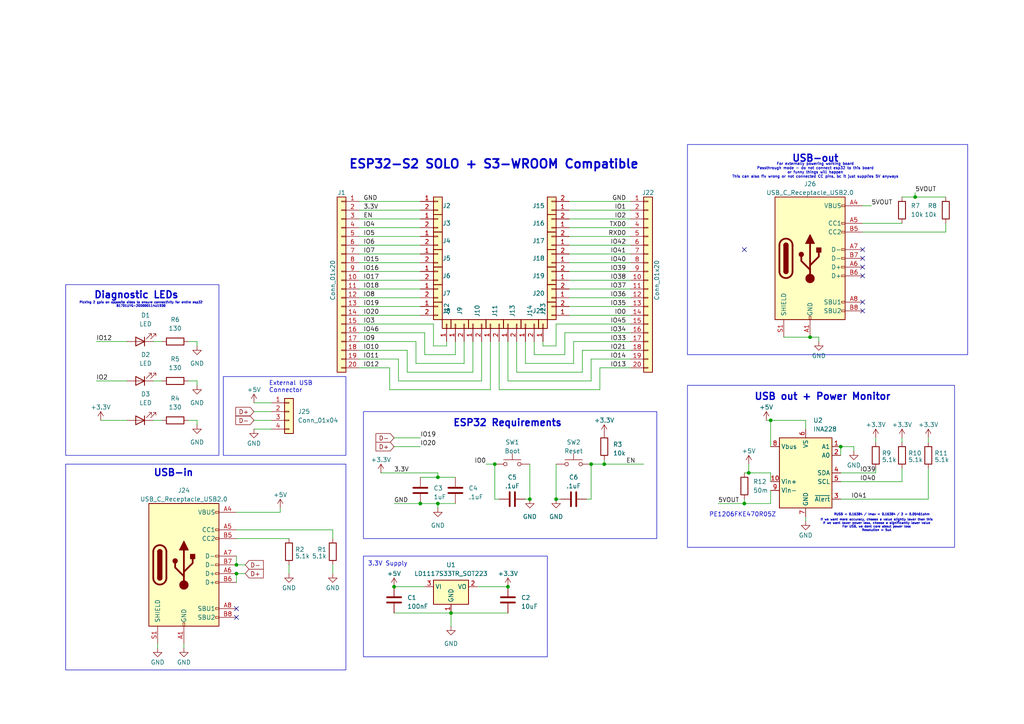
<source format=kicad_sch>
(kicad_sch (version 20231120) (generator "eeschema") (generator_version "8.0")
  (paper "A4")
  (lib_symbols
    (symbol "Connector:USB_C_Receptacle_USB2.0" (pin_names (offset 1.016))
      (property "Reference" "J" (at -10.16 19.05 0))
      (property "Value" "USB_C_Receptacle_USB2.0" (at 19.05 19.05 0))
      (symbol "USB_C_Receptacle_USB2.0_0_0"
        (rectangle (start -0.254 -17.78) (end 0.254 -16.764))
        (rectangle (start 10.16 -14.986) (end 9.144 -15.494))
        (rectangle (start 10.16 -12.446) (end 9.144 -12.954))
        (rectangle (start 10.16 -4.826) (end 9.144 -5.334))
        (rectangle (start 10.16 -2.286) (end 9.144 -2.794))
        (rectangle (start 10.16 0.254) (end 9.144 -0.254))
        (rectangle (start 10.16 2.794) (end 9.144 2.286))
        (rectangle (start 10.16 7.874) (end 9.144 7.366))
        (rectangle (start 10.16 10.414) (end 9.144 9.906))
        (rectangle (start 10.16 15.494) (end 9.144 14.986))
      )
      (symbol "USB_C_Receptacle_USB2.0_0_1"
        (rectangle (start -10.16 17.78) (end 10.16 -17.78) (stroke (width 0.254)) (fill (type background)))
        (arc (start -8.89 -3.81) (mid -6.985 -5.7067) (end -5.08 -3.81) (stroke (width 0.508)))
        (arc (start -7.62 -3.81) (mid -6.985 -4.4423) (end -6.35 -3.81) (stroke (width 0.254)))
        (arc (start -7.62 -3.81) (mid -6.985 -4.4423) (end -6.35 -3.81) (stroke (width 0.254)) (fill (type outline)))
        (rectangle (start -7.62 -3.81) (end -6.35 3.81) (stroke (width 0.254)) (fill (type outline)))
        (arc (start -6.35 3.81) (mid -6.985 4.4423) (end -7.62 3.81) (stroke (width 0.254)))
        (arc (start -6.35 3.81) (mid -6.985 4.4423) (end -7.62 3.81) (stroke (width 0.254)) (fill (type outline)))
        (arc (start -5.08 3.81) (mid -6.985 5.7067) (end -8.89 3.81) (stroke (width 0.508)))
        (circle (center -2.54 1.143) (radius 0.635) (stroke (width 0.254)) (fill (type outline)))
        (circle (center 0 -5.842) (radius 1.27) (fill (type outline)))
        (polyline (pts (xy -8.89 -3.81) (xy -8.89 3.81)) (stroke (width 0.508)))
        (polyline (pts (xy -5.08 3.81) (xy -5.08 -3.81)) (stroke (width 0.508)))
        (polyline (pts (xy 0 -5.842) (xy 0 4.318)) (stroke (width 0.508)))
        (polyline (pts (xy 0 -3.302) (xy -2.54 -0.762) (xy -2.54 0.508)) (stroke (width 0.508)))
        (polyline (pts (xy 0 -2.032) (xy 2.54 0.508) (xy 2.54 1.778)) (stroke (width 0.508)))
        (polyline (pts (xy -1.27 4.318) (xy 0 6.858) (xy 1.27 4.318) (xy -1.27 4.318)) (stroke (width 0.254)) (fill (type outline)))
        (rectangle (start 1.905 1.778) (end 3.175 3.048) (stroke (width 0.254)) (fill (type outline)))
      )
      (symbol "USB_C_Receptacle_USB2.0_1_1"
        (pin passive line (at 0 -22.86 90) (length 5.08) (name "GND") (number "A1"))
        (pin passive line (at 0 -22.86 90) (length 5.08) hide (name "GND") (number "A12"))
        (pin passive line (at 15.24 15.24 180) (length 5.08) (name "VBUS") (number "A4"))
        (pin bidirectional line (at 15.24 10.16 180) (length 5.08) (name "CC1") (number "A5"))
        (pin bidirectional line (at 15.24 -2.54 180) (length 5.08) (name "D+") (number "A6"))
        (pin bidirectional line (at 15.24 2.54 180) (length 5.08) (name "D-") (number "A7"))
        (pin bidirectional line (at 15.24 -12.7 180) (length 5.08) (name "SBU1") (number "A8"))
        (pin passive line (at 15.24 15.24 180) (length 5.08) hide (name "VBUS") (number "A9"))
        (pin passive line (at 0 -22.86 90) (length 5.08) hide (name "GND") (number "B1"))
        (pin passive line (at 0 -22.86 90) (length 5.08) hide (name "GND") (number "B12"))
        (pin passive line (at 15.24 15.24 180) (length 5.08) hide (name "VBUS") (number "B4"))
        (pin bidirectional line (at 15.24 7.62 180) (length 5.08) (name "CC2") (number "B5"))
        (pin bidirectional line (at 15.24 -5.08 180) (length 5.08) (name "D+") (number "B6"))
        (pin bidirectional line (at 15.24 0 180) (length 5.08) (name "D-") (number "B7"))
        (pin bidirectional line (at 15.24 -15.24 180) (length 5.08) (name "SBU2") (number "B8"))
        (pin passive line (at 15.24 15.24 180) (length 5.08) hide (name "VBUS") (number "B9"))
        (pin passive line (at -7.62 -22.86 90) (length 5.08) (name "SHIELD") (number "S1"))
      )
    )
    (symbol "Connector_Generic:Conn_01x01" (pin_names (offset 1.016) hide)
      (property "Reference" "J" (at 0 2.54 0))
      (property "Value" "Conn_01x01" (at 0 -2.54 0))
      (symbol "Conn_01x01_1_1"
        (rectangle (start -1.27 0.127) (end 0 -0.127) (stroke (width 0.1524)))
        (rectangle (start -1.27 1.27) (end 1.27 -1.27) (stroke (width 0.254)) (fill (type background)))
        (pin passive line (at -5.08 0 0) (length 3.81) (name "Pin_1") (number "1"))
      )
    )
    (symbol "Connector_Generic:Conn_01x02" (pin_names (offset 1.016) hide)
      (property "Reference" "J" (at 0 2.54 0))
      (property "Value" "Conn_01x02" (at 0 -5.08 0))
      (symbol "Conn_01x02_1_1"
        (rectangle (start -1.27 -2.413) (end 0 -2.667) (stroke (width 0.1524)))
        (rectangle (start -1.27 0.127) (end 0 -0.127) (stroke (width 0.1524)))
        (rectangle (start -1.27 1.27) (end 1.27 -3.81) (stroke (width 0.254)) (fill (type background)))
        (pin passive line (at -5.08 0 0) (length 3.81) (name "Pin_1") (number "1"))
        (pin passive line (at -5.08 -2.54 0) (length 3.81) (name "Pin_2") (number "2"))
      )
    )
    (symbol "Connector_Generic:Conn_01x04" (pin_names (offset 1.016) hide)
      (property "Reference" "J" (at 0 5.08 0))
      (property "Value" "Conn_01x04" (at 0 -7.62 0))
      (symbol "Conn_01x04_1_1"
        (rectangle (start -1.27 -4.953) (end 0 -5.207) (stroke (width 0.1524)))
        (rectangle (start -1.27 -2.413) (end 0 -2.667) (stroke (width 0.1524)))
        (rectangle (start -1.27 0.127) (end 0 -0.127) (stroke (width 0.1524)))
        (rectangle (start -1.27 2.667) (end 0 2.413) (stroke (width 0.1524)))
        (rectangle (start -1.27 3.81) (end 1.27 -6.35) (stroke (width 0.254)) (fill (type background)))
        (pin passive line (at -5.08 2.54 0) (length 3.81) (name "Pin_1") (number "1"))
        (pin passive line (at -5.08 0 0) (length 3.81) (name "Pin_2") (number "2"))
        (pin passive line (at -5.08 -2.54 0) (length 3.81) (name "Pin_3") (number "3"))
        (pin passive line (at -5.08 -5.08 0) (length 3.81) (name "Pin_4") (number "4"))
      )
    )
    (symbol "Connector_Generic:Conn_01x20" (pin_names (offset 1.016) hide)
      (property "Reference" "J" (at 0 25.4 0))
      (property "Value" "Conn_01x20" (at 0 -27.94 0))
      (symbol "Conn_01x20_1_1"
        (rectangle (start -1.27 -25.273) (end 0 -25.527) (stroke (width 0.1524)))
        (rectangle (start -1.27 -22.733) (end 0 -22.987) (stroke (width 0.1524)))
        (rectangle (start -1.27 -20.193) (end 0 -20.447) (stroke (width 0.1524)))
        (rectangle (start -1.27 -17.653) (end 0 -17.907) (stroke (width 0.1524)))
        (rectangle (start -1.27 -15.113) (end 0 -15.367) (stroke (width 0.1524)))
        (rectangle (start -1.27 -12.573) (end 0 -12.827) (stroke (width 0.1524)))
        (rectangle (start -1.27 -10.033) (end 0 -10.287) (stroke (width 0.1524)))
        (rectangle (start -1.27 -7.493) (end 0 -7.747) (stroke (width 0.1524)))
        (rectangle (start -1.27 -4.953) (end 0 -5.207) (stroke (width 0.1524)))
        (rectangle (start -1.27 -2.413) (end 0 -2.667) (stroke (width 0.1524)))
        (rectangle (start -1.27 0.127) (end 0 -0.127) (stroke (width 0.1524)))
        (rectangle (start -1.27 2.667) (end 0 2.413) (stroke (width 0.1524)))
        (rectangle (start -1.27 5.207) (end 0 4.953) (stroke (width 0.1524)))
        (rectangle (start -1.27 7.747) (end 0 7.493) (stroke (width 0.1524)))
        (rectangle (start -1.27 10.287) (end 0 10.033) (stroke (width 0.1524)))
        (rectangle (start -1.27 12.827) (end 0 12.573) (stroke (width 0.1524)))
        (rectangle (start -1.27 15.367) (end 0 15.113) (stroke (width 0.1524)))
        (rectangle (start -1.27 17.907) (end 0 17.653) (stroke (width 0.1524)))
        (rectangle (start -1.27 20.447) (end 0 20.193) (stroke (width 0.1524)))
        (rectangle (start -1.27 22.987) (end 0 22.733) (stroke (width 0.1524)))
        (rectangle (start -1.27 24.13) (end 1.27 -26.67) (stroke (width 0.254)) (fill (type background)))
        (pin passive line (at -5.08 22.86 0) (length 3.81) (name "Pin_1") (number "1"))
        (pin passive line (at -5.08 0 0) (length 3.81) (name "Pin_10") (number "10"))
        (pin passive line (at -5.08 -2.54 0) (length 3.81) (name "Pin_11") (number "11"))
        (pin passive line (at -5.08 -5.08 0) (length 3.81) (name "Pin_12") (number "12"))
        (pin passive line (at -5.08 -7.62 0) (length 3.81) (name "Pin_13") (number "13"))
        (pin passive line (at -5.08 -10.16 0) (length 3.81) (name "Pin_14") (number "14"))
        (pin passive line (at -5.08 -12.7 0) (length 3.81) (name "Pin_15") (number "15"))
        (pin passive line (at -5.08 -15.24 0) (length 3.81) (name "Pin_16") (number "16"))
        (pin passive line (at -5.08 -17.78 0) (length 3.81) (name "Pin_17") (number "17"))
        (pin passive line (at -5.08 -20.32 0) (length 3.81) (name "Pin_18") (number "18"))
        (pin passive line (at -5.08 -22.86 0) (length 3.81) (name "Pin_19") (number "19"))
        (pin passive line (at -5.08 20.32 0) (length 3.81) (name "Pin_2") (number "2"))
        (pin passive line (at -5.08 -25.4 0) (length 3.81) (name "Pin_20") (number "20"))
        (pin passive line (at -5.08 17.78 0) (length 3.81) (name "Pin_3") (number "3"))
        (pin passive line (at -5.08 15.24 0) (length 3.81) (name "Pin_4") (number "4"))
        (pin passive line (at -5.08 12.7 0) (length 3.81) (name "Pin_5") (number "5"))
        (pin passive line (at -5.08 10.16 0) (length 3.81) (name "Pin_6") (number "6"))
        (pin passive line (at -5.08 7.62 0) (length 3.81) (name "Pin_7") (number "7"))
        (pin passive line (at -5.08 5.08 0) (length 3.81) (name "Pin_8") (number "8"))
        (pin passive line (at -5.08 2.54 0) (length 3.81) (name "Pin_9") (number "9"))
      )
    )
    (symbol "Device:C" (pin_numbers hide) (pin_names (offset 0.254))
      (property "Reference" "C" (at 0.635 2.54 0))
      (property "Value" "C" (at 0.635 -2.54 0))
      (symbol "C_0_1"
        (polyline (pts (xy -2.032 -0.762) (xy 2.032 -0.762)) (stroke (width 0.508)))
        (polyline (pts (xy -2.032 0.762) (xy 2.032 0.762)) (stroke (width 0.508)))
      )
      (symbol "C_1_1"
        (pin passive line (at 0 3.81 270) (length 2.794) (name "~") (number "1"))
        (pin passive line (at 0 -3.81 90) (length 2.794) (name "~") (number "2"))
      )
    )
    (symbol "Device:LED" (pin_numbers hide) (pin_names (offset 1.016) hide)
      (property "Reference" "D" (at 0 2.54 0))
      (property "Value" "LED" (at 0 -2.54 0))
      (symbol "LED_0_1"
        (polyline (pts (xy -1.27 -1.27) (xy -1.27 1.27)) (stroke (width 0.254)))
        (polyline (pts (xy -1.27 0) (xy 1.27 0)))
        (polyline (pts (xy 1.27 -1.27) (xy 1.27 1.27) (xy -1.27 0) (xy 1.27 -1.27)) (stroke (width 0.254)))
        (polyline (pts (xy -3.048 -0.762) (xy -4.572 -2.286) (xy -3.81 -2.286) (xy -4.572 -2.286) (xy -4.572 -1.524)))
        (polyline (pts (xy -1.778 -0.762) (xy -3.302 -2.286) (xy -2.54 -2.286) (xy -3.302 -2.286) (xy -3.302 -1.524)))
      )
      (symbol "LED_1_1"
        (pin passive line (at -3.81 0 0) (length 2.54) (name "K") (number "1"))
        (pin passive line (at 3.81 0 180) (length 2.54) (name "A") (number "2"))
      )
    )
    (symbol "Device:R" (pin_numbers hide) (pin_names (offset 0))
      (property "Reference" "R" (at 2.032 0 90))
      (property "Value" "R" (at 0 0 90))
      (symbol "R_0_1"
        (rectangle (start -1.016 -2.54) (end 1.016 2.54) (stroke (width 0.254)))
      )
      (symbol "R_1_1"
        (pin passive line (at 0 3.81 270) (length 1.27) (name "~") (number "1"))
        (pin passive line (at 0 -3.81 90) (length 1.27) (name "~") (number "2"))
      )
    )
    (symbol "Regulator_Linear:LD1117S33TR_SOT223"
      (property "Reference" "U" (at -3.81 3.175 0))
      (property "Value" "LD1117S33TR_SOT223" (at 0 3.175 0))
      (symbol "LD1117S33TR_SOT223_0_1"
        (rectangle (start -5.08 -5.08) (end 5.08 1.905) (stroke (width 0.254)) (fill (type background)))
      )
      (symbol "LD1117S33TR_SOT223_1_1"
        (pin power_in line (at 0 -7.62 90) (length 2.54) (name "GND") (number "1"))
        (pin power_out line (at 7.62 0 180) (length 2.54) (name "VO") (number "2"))
        (pin power_in line (at -7.62 0 0) (length 2.54) (name "VI") (number "3"))
      )
    )
    (symbol "Sensor_Energy:INA228"
      (property "Reference" "U" (at -6.35 11.43 0))
      (property "Value" "INA228" (at 3.81 11.43 0))
      (symbol "INA228_0_1"
        (rectangle (start 7.62 10.16) (end -7.62 -10.16) (stroke (width 0.254)) (fill (type background)))
      )
      (symbol "INA228_1_1"
        (pin input line (at 10.16 7.62 180) (length 2.54) (name "A1") (number "1"))
        (pin input line (at -10.16 -2.54 0) (length 2.54) (name "Vin+") (number "10"))
        (pin input line (at 10.16 5.08 180) (length 2.54) (name "A0") (number "2"))
        (pin open_collector line (at 10.16 -7.62 180) (length 2.54) (name "~{Alert}") (number "3"))
        (pin bidirectional line (at 10.16 0 180) (length 2.54) (name "SDA") (number "4"))
        (pin input line (at 10.16 -2.54 180) (length 2.54) (name "SCL") (number "5"))
        (pin power_in line (at 0 12.7 270) (length 2.54) (name "VS") (number "6"))
        (pin power_in line (at 0 -12.7 90) (length 2.54) (name "GND") (number "7"))
        (pin input line (at -10.16 7.62 0) (length 2.54) (name "Vbus") (number "8"))
        (pin input line (at -10.16 -5.08 0) (length 2.54) (name "Vin-") (number "9"))
      )
    )
    (symbol "Switch:SW_Omron_B3FS" (pin_numbers hide) (pin_names (offset 1.016) hide)
      (property "Reference" "SW" (at 1.27 2.54 0))
      (property "Value" "SW_Omron_B3FS" (at 0 -1.524 0))
      (symbol "SW_Omron_B3FS_0_1"
        (circle (center -2.032 0) (radius 0.508))
        (polyline (pts (xy 0 1.27) (xy 0 3.048)))
        (polyline (pts (xy 2.54 1.27) (xy -2.54 1.27)))
        (circle (center 2.032 0) (radius 0.508))
        (pin passive line (at -5.08 0 0) (length 2.54) (name "1") (number "1"))
        (pin passive line (at 5.08 0 180) (length 2.54) (name "2") (number "2"))
      )
    )
    (symbol "power:+3.3V" (power) (pin_names (offset 0))
      (property "Value" "+3.3V" (at 0 3.556 0))
      (symbol "+3.3V_0_1"
        (polyline (pts (xy -0.762 1.27) (xy 0 2.54)))
        (polyline (pts (xy 0 0) (xy 0 2.54)))
        (polyline (pts (xy 0 2.54) (xy 0.762 1.27)))
      )
      (symbol "+3.3V_1_1"
        (pin power_in line (at 0 0 90) (length 0) hide (name "+3.3V") (number "1"))
      )
    )
    (symbol "power:+5V" (power) (pin_names (offset 0))
      (property "Value" "+5V" (at 0 3.556 0))
      (symbol "+5V_0_1"
        (polyline (pts (xy -0.762 1.27) (xy 0 2.54)))
        (polyline (pts (xy 0 0) (xy 0 2.54)))
        (polyline (pts (xy 0 2.54) (xy 0.762 1.27)))
      )
      (symbol "+5V_1_1"
        (pin power_in line (at 0 0 90) (length 0) hide (name "+5V") (number "1"))
      )
    )
    (symbol "power:GND" (power) (pin_names (offset 0))
      (property "Value" "GND" (at 0 -3.81 0))
      (symbol "GND_0_1"
        (polyline (pts (xy 0 0) (xy 0 -1.27) (xy 1.27 -1.27) (xy 0 -2.54) (xy -1.27 -1.27) (xy 0 -1.27)))
      )
      (symbol "GND_1_1"
        (pin power_in line (at 0 0 270) (length 0) hide (name "GND") (number "1"))
      )
    )
  )
  (junction (at 161.29 144.78))
  (junction (at 234.95 97.79))
  (junction (at 153.67 144.78))
  (junction (at 127 138.43))
  (junction (at 68.58 166.37))
  (junction (at 171.45 134.62))
  (junction (at 223.52 121.92))
  (junction (at 127 146.05))
  (junction (at 130.81 177.8))
  (junction (at 143.51 134.62))
  (junction (at 217.17 137.16))
  (junction (at 175.26 134.62))
  (junction (at 121.92 146.05))
  (junction (at 147.32 170.18))
  (junction (at 265.43 57.15))
  (junction (at 68.58 163.83))
  (junction (at 243.84 129.54))
  (junction (at 215.9 146.05))
  (junction (at 114.3 170.18))
  (no_connect (at 68.58 176.53))
  (no_connect (at 215.9 72.39))
  (no_connect (at 250.19 80.01))
  (no_connect (at 250.19 90.17))
  (no_connect (at 250.19 77.47))
  (no_connect (at 250.19 74.93))
  (no_connect (at 68.58 179.07))
  (no_connect (at 250.19 87.63))
  (no_connect (at 250.19 72.39))
  (wire (pts (xy 171.45 134.62) (xy 171.45 144.78)))
  (wire (pts (xy 115.57 104.14) (xy 115.57 110.49)))
  (wire (pts (xy 121.92 58.42) (xy 104.14 58.42)))
  (wire (pts (xy 144.78 144.78) (xy 143.51 144.78)))
  (wire (pts (xy 217.17 137.16) (xy 223.52 137.16)))
  (wire (pts (xy 217.17 134.62) (xy 217.17 137.16)))
  (wire (pts (xy 254 127) (xy 254 128.27)))
  (wire (pts (xy 104.14 104.14) (xy 115.57 104.14)))
  (wire (pts (xy 175.26 134.62) (xy 186.69 134.62)))
  (wire (pts (xy 182.88 91.44) (xy 165.1 91.44)))
  (wire (pts (xy 57.15 121.92) (xy 57.15 123.19)))
  (wire (pts (xy 54.61 110.49) (xy 57.15 110.49)))
  (wire (pts (xy 182.88 76.2) (xy 165.1 76.2)))
  (wire (pts (xy 121.92 88.9) (xy 104.14 88.9)))
  (wire (pts (xy 129.54 99.06) (xy 129.54 100.33)))
  (wire (pts (xy 223.52 121.92) (xy 223.52 129.54)))
  (wire (pts (xy 215.9 146.05) (xy 208.28 146.05)))
  (wire (pts (xy 162.56 144.78) (xy 161.29 144.78)))
  (wire (pts (xy 138.43 170.18) (xy 147.32 170.18)))
  (wire (pts (xy 114.3 129.54) (xy 121.92 129.54)))
  (wire (pts (xy 27.94 110.49) (xy 36.83 110.49)))
  (wire (pts (xy 104.14 93.98) (xy 125.73 93.98)))
  (wire (pts (xy 81.28 148.59) (xy 81.28 147.32)))
  (wire (pts (xy 121.92 63.5) (xy 104.14 63.5)))
  (wire (pts (xy 175.26 134.62) (xy 171.45 134.62)))
  (wire (pts (xy 121.92 68.58) (xy 104.14 68.58)))
  (wire (pts (xy 182.88 106.68) (xy 173.99 106.68)))
  (wire (pts (xy 134.62 99.06) (xy 134.62 105.41)))
  (wire (pts (xy 114.3 170.18) (xy 123.19 170.18)))
  (wire (pts (xy 121.92 83.82) (xy 104.14 83.82)))
  (wire (pts (xy 163.83 102.87) (xy 154.94 102.87)))
  (wire (pts (xy 173.99 106.68) (xy 173.99 113.03)))
  (wire (pts (xy 254 137.16) (xy 254 135.89)))
  (wire (pts (xy 68.58 166.37) (xy 71.12 166.37)))
  (wire (pts (xy 137.16 99.06) (xy 137.16 107.95)))
  (wire (pts (xy 233.68 149.86) (xy 233.68 151.13)))
  (wire (pts (xy 68.58 161.29) (xy 68.58 163.83)))
  (wire (pts (xy 182.88 93.98) (xy 161.29 93.98)))
  (wire (pts (xy 120.65 105.41) (xy 134.62 105.41)))
  (wire (pts (xy 73.66 116.84) (xy 78.74 116.84)))
  (wire (pts (xy 118.11 107.95) (xy 137.16 107.95)))
  (wire (pts (xy 68.58 148.59) (xy 81.28 148.59)))
  (wire (pts (xy 250.19 64.77) (xy 261.62 64.77)))
  (wire (pts (xy 237.49 97.79) (xy 237.49 99.06)))
  (wire (pts (xy 243.84 139.7) (xy 261.62 139.7)))
  (wire (pts (xy 45.72 186.69) (xy 45.72 187.96)))
  (wire (pts (xy 121.92 81.28) (xy 104.14 81.28)))
  (wire (pts (xy 104.14 91.44) (xy 121.92 91.44)))
  (wire (pts (xy 269.24 127) (xy 269.24 128.27)))
  (wire (pts (xy 166.37 99.06) (xy 166.37 105.41)))
  (wire (pts (xy 132.08 102.87) (xy 132.08 99.06)))
  (wire (pts (xy 247.65 130.81) (xy 247.65 129.54)))
  (wire (pts (xy 68.58 163.83) (xy 71.12 163.83)))
  (wire (pts (xy 121.92 86.36) (xy 104.14 86.36)))
  (wire (pts (xy 104.14 96.52) (xy 123.19 96.52)))
  (wire (pts (xy 115.57 110.49) (xy 139.7 110.49)))
  (wire (pts (xy 114.3 146.05) (xy 121.92 146.05)))
  (wire (pts (xy 54.61 99.06) (xy 57.15 99.06)))
  (wire (pts (xy 68.58 153.67) (xy 96.52 153.67)))
  (wire (pts (xy 243.84 144.78) (xy 269.24 144.78)))
  (wire (pts (xy 125.73 93.98) (xy 125.73 100.33)))
  (wire (pts (xy 127 147.32) (xy 127 146.05)))
  (wire (pts (xy 121.92 76.2) (xy 104.14 76.2)))
  (wire (pts (xy 175.26 133.35) (xy 175.26 134.62)))
  (wire (pts (xy 250.19 59.69) (xy 252.73 59.69)))
  (wire (pts (xy 121.92 66.04) (xy 104.14 66.04)))
  (wire (pts (xy 171.45 104.14) (xy 171.45 110.49)))
  (wire (pts (xy 233.68 121.92) (xy 233.68 124.46)))
  (wire (pts (xy 182.88 86.36) (xy 165.1 86.36)))
  (wire (pts (xy 144.78 113.03) (xy 144.78 99.06)))
  (wire (pts (xy 182.88 58.42) (xy 165.1 58.42)))
  (wire (pts (xy 261.62 57.15) (xy 265.43 57.15)))
  (wire (pts (xy 182.88 71.12) (xy 165.1 71.12)))
  (wire (pts (xy 113.03 113.03) (xy 142.24 113.03)))
  (wire (pts (xy 157.48 99.06) (xy 157.48 100.33)))
  (wire (pts (xy 223.52 142.24) (xy 223.52 146.05)))
  (wire (pts (xy 127 137.16) (xy 127 138.43)))
  (wire (pts (xy 223.52 137.16) (xy 223.52 139.7)))
  (wire (pts (xy 170.18 144.78) (xy 171.45 144.78)))
  (wire (pts (xy 153.67 144.78) (xy 152.4 144.78)))
  (wire (pts (xy 44.45 99.06) (xy 46.99 99.06)))
  (wire (pts (xy 243.84 129.54) (xy 243.84 132.08)))
  (wire (pts (xy 227.33 97.79) (xy 234.95 97.79)))
  (wire (pts (xy 161.29 144.78) (xy 161.29 134.62)))
  (wire (pts (xy 68.58 166.37) (xy 68.58 168.91)))
  (wire (pts (xy 68.58 156.21) (xy 83.82 156.21)))
  (wire (pts (xy 250.19 67.31) (xy 274.32 67.31)))
  (wire (pts (xy 139.7 110.49) (xy 139.7 99.06)))
  (wire (pts (xy 121.92 78.74) (xy 104.14 78.74)))
  (wire (pts (xy 265.43 55.88) (xy 265.43 57.15)))
  (wire (pts (xy 121.92 71.12) (xy 104.14 71.12)))
  (wire (pts (xy 140.97 134.62) (xy 143.51 134.62)))
  (wire (pts (xy 127 146.05) (xy 132.08 146.05)))
  (wire (pts (xy 120.65 99.06) (xy 120.65 105.41)))
  (wire (pts (xy 215.9 144.78) (xy 215.9 146.05)))
  (wire (pts (xy 182.88 66.04) (xy 165.1 66.04)))
  (wire (pts (xy 73.66 124.46) (xy 78.74 124.46)))
  (wire (pts (xy 147.32 110.49) (xy 147.32 99.06)))
  (wire (pts (xy 161.29 100.33) (xy 157.48 100.33)))
  (wire (pts (xy 182.88 73.66) (xy 165.1 73.66)))
  (wire (pts (xy 149.86 99.06) (xy 149.86 107.95)))
  (wire (pts (xy 182.88 83.82) (xy 165.1 83.82)))
  (wire (pts (xy 73.66 119.38) (xy 78.74 119.38)))
  (wire (pts (xy 57.15 110.49) (xy 57.15 111.76)))
  (wire (pts (xy 171.45 110.49) (xy 147.32 110.49)))
  (wire (pts (xy 53.34 186.69) (xy 53.34 187.96)))
  (wire (pts (xy 234.95 97.79) (xy 237.49 97.79)))
  (wire (pts (xy 96.52 163.83) (xy 96.52 166.37)))
  (wire (pts (xy 114.3 127) (xy 121.92 127)))
  (wire (pts (xy 166.37 105.41) (xy 152.4 105.41)))
  (wire (pts (xy 182.88 68.58) (xy 165.1 68.58)))
  (wire (pts (xy 261.62 127) (xy 261.62 128.27)))
  (wire (pts (xy 127 138.43) (xy 132.08 138.43)))
  (wire (pts (xy 261.62 139.7) (xy 261.62 135.89)))
  (wire (pts (xy 182.88 78.74) (xy 165.1 78.74)))
  (wire (pts (xy 114.3 177.8) (xy 130.81 177.8)))
  (wire (pts (xy 44.45 121.92) (xy 46.99 121.92)))
  (wire (pts (xy 29.21 121.92) (xy 36.83 121.92)))
  (wire (pts (xy 54.61 121.92) (xy 57.15 121.92)))
  (wire (pts (xy 215.9 146.05) (xy 223.52 146.05)))
  (wire (pts (xy 182.88 60.96) (xy 165.1 60.96)))
  (wire (pts (xy 118.11 101.6) (xy 118.11 107.95)))
  (wire (pts (xy 153.67 134.62) (xy 153.67 144.78)))
  (wire (pts (xy 168.91 107.95) (xy 149.86 107.95)))
  (wire (pts (xy 233.68 121.92) (xy 223.52 121.92)))
  (wire (pts (xy 154.94 102.87) (xy 154.94 99.06)))
  (wire (pts (xy 274.32 67.31) (xy 274.32 64.77)))
  (wire (pts (xy 113.03 106.68) (xy 113.03 113.03)))
  (wire (pts (xy 161.29 93.98) (xy 161.29 100.33)))
  (wire (pts (xy 44.45 110.49) (xy 46.99 110.49)))
  (wire (pts (xy 96.52 156.21) (xy 96.52 153.67)))
  (wire (pts (xy 243.84 137.16) (xy 254 137.16)))
  (wire (pts (xy 168.91 101.6) (xy 168.91 107.95)))
  (wire (pts (xy 83.82 163.83) (xy 83.82 166.37)))
  (wire (pts (xy 57.15 99.06) (xy 57.15 100.33)))
  (wire (pts (xy 104.14 99.06) (xy 120.65 99.06)))
  (wire (pts (xy 163.83 96.52) (xy 163.83 102.87)))
  (wire (pts (xy 143.51 134.62) (xy 143.51 144.78)))
  (wire (pts (xy 27.94 99.06) (xy 36.83 99.06)))
  (wire (pts (xy 182.88 88.9) (xy 165.1 88.9)))
  (wire (pts (xy 142.24 113.03) (xy 142.24 99.06)))
  (wire (pts (xy 130.81 177.8) (xy 147.32 177.8)))
  (wire (pts (xy 182.88 101.6) (xy 168.91 101.6)))
  (wire (pts (xy 247.65 129.54) (xy 243.84 129.54)))
  (wire (pts (xy 104.14 101.6) (xy 118.11 101.6)))
  (wire (pts (xy 269.24 144.78) (xy 269.24 135.89)))
  (wire (pts (xy 222.25 121.92) (xy 223.52 121.92)))
  (wire (pts (xy 121.92 138.43) (xy 127 138.43)))
  (wire (pts (xy 130.81 177.8) (xy 130.81 181.61)))
  (wire (pts (xy 182.88 81.28) (xy 165.1 81.28)))
  (wire (pts (xy 104.14 106.68) (xy 113.03 106.68)))
  (wire (pts (xy 110.49 137.16) (xy 127 137.16)))
  (wire (pts (xy 125.73 100.33) (xy 129.54 100.33)))
  (wire (pts (xy 215.9 137.16) (xy 217.17 137.16)))
  (wire (pts (xy 265.43 57.15) (xy 274.32 57.15)))
  (wire (pts (xy 121.92 73.66) (xy 104.14 73.66)))
  (wire (pts (xy 152.4 99.06) (xy 152.4 105.41)))
  (wire (pts (xy 173.99 113.03) (xy 144.78 113.03)))
  (wire (pts (xy 123.19 96.52) (xy 123.19 102.87)))
  (wire (pts (xy 121.92 146.05) (xy 127 146.05)))
  (wire (pts (xy 182.88 63.5) (xy 165.1 63.5)))
  (wire (pts (xy 182.88 104.14) (xy 171.45 104.14)))
  (wire (pts (xy 182.88 96.52) (xy 163.83 96.52)))
  (wire (pts (xy 182.88 99.06) (xy 166.37 99.06)))
  (wire (pts (xy 73.66 121.92) (xy 78.74 121.92)))
  (wire (pts (xy 121.92 60.96) (xy 104.14 60.96)))
  (wire (pts (xy 123.19 102.87) (xy 132.08 102.87)))
  (rectangle (start 105.41 119.38) (end 190.5 156.21))
  (rectangle (start 199.39 111.76) (end 276.86 158.75))
  (rectangle (start 19.05 134.62) (end 100.33 194.31))
  (rectangle (start 199.39 41.91) (end 280.67 102.87))
  (rectangle (start 64.77 109.22) (end 100.33 132.08))
  (rectangle (start 19.05 82.55) (end 63.5 132.08))
  (rectangle (start 105.41 161.29) (end 158.75 190.5))
  (text "Picking 2 gpio on opposite sides to ensure connectivity for entire esp32\nB1701UYG-20D000114U1930" (at 40.894 88.392 0) (effects (font (size 0.635 0.635))))
  (text "3.3V Supply" (at 106.68 164.338 0) (effects (font (size 1.27 1.27)) (justify left bottom)))
  (text "Diagnostic LEDs" (at 27.178 86.868 0) (effects (font (size 2 2) (thickness 0.4) (bold yes)) (justify left bottom)))
  (text "PE1206FKE470R05Z" (at 215.392 149.352 0) (effects (font (size 1.27 1.27))))
  (text "For externally powering working board\nPassthrough mode - do not connect esp32 to this board\nor funny things will happen\nThis can also fix wrong or not connected CC pins, bc it just supplies 5V anyways" (at 236.474 49.53 0) (effects (font (size 0.762 0.762))))
  (text "If we want more accuracy, choose a value slightly lower than this\nIf we want lower power loss, choose a significantly lower value\nFor USB, we dont care about power loss\nResolution = 5uA\n" (at 254.254 152.4 0) (effects (font (size 0.635 0.635))))
  (text "USB-out" (at 229.616 47.244 0) (effects (font (size 2 2) (thickness 0.4) (bold yes)) (justify left bottom)))
  (text "ESP32 Requirements" (at 131.318 123.952 0) (effects (font (size 2 2) (thickness 0.4) (bold yes)) (justify left bottom)))
  (text "RUSB < 0.16384 / Imax = 0.16384 / 3 = 0.05461ohm" (at 255.778 149.352 0) (effects (font (size 0.635 0.635))))
  (text "External USB\nConnector" (at 77.978 114.046 0) (effects (font (size 1.27 1.27)) (justify left bottom)))
  (text "USB out + Power Monitor" (at 218.694 116.332 0) (effects (font (size 2 2) (thickness 0.4) (bold yes)) (justify left bottom)))
  (text "USB-in" (at 44.45 138.43 0) (effects (font (size 2 2) (thickness 0.4) (bold yes)) (justify left bottom)))
  (text "ESP32-S2 SOLO + S3-WROOM Compatible\n" (at 143.256 47.752 0) (effects (font (size 2.54 2.54) (thickness 0.508) (bold yes))))
  (label "IO14" (at 181.61 104.14 180))
  (label "5VOUT" (at 208.28 146.05 0))
  (label "IO0" (at 181.61 91.44 180))
  (label "IO21" (at 181.61 101.6 180))
  (label "IO6" (at 105.41 71.12 0))
  (label "IO19" (at 121.92 127 0))
  (label "IO42" (at 181.61 71.12 180))
  (label "IO36" (at 181.61 86.36 180))
  (label "TXD0" (at 181.61 66.04 180))
  (label "IO11" (at 105.41 104.14 0))
  (label "EN" (at 181.61 134.62 0))
  (label "IO8" (at 105.41 86.36 0))
  (label "RXD0" (at 181.61 68.58 180))
  (label "IO41" (at 251.46 144.78 180))
  (label "IO33" (at 181.61 99.06 180))
  (label "IO9" (at 105.41 99.06 0))
  (label "IO12" (at 27.94 99.06 0))
  (label "IO39" (at 181.61 78.74 180))
  (label "IO34" (at 181.61 96.52 180))
  (label "IO38" (at 181.61 81.28 180))
  (label "EN" (at 105.41 63.5 0))
  (label "IO45" (at 181.61 93.98 180))
  (label "IO0" (at 140.97 134.62 180))
  (label "IO39" (at 254 137.16 180))
  (label "IO35" (at 181.61 88.9 180))
  (label "IO18" (at 105.41 83.82 0))
  (label "IO3" (at 105.41 93.98 0))
  (label "IO17" (at 105.41 81.28 0))
  (label "IO10" (at 105.41 101.6 0))
  (label "GND" (at 114.3 146.05 0))
  (label "IO2" (at 27.94 110.49 0))
  (label "5VOUT" (at 265.43 55.88 0))
  (label "5VOUT" (at 252.73 59.69 0))
  (label "GND" (at 105.41 58.42 0))
  (label "GND" (at 181.61 58.42 180))
  (label "IO4" (at 105.41 66.04 0))
  (label "IO20" (at 121.92 129.54 0))
  (label "IO5" (at 105.41 68.58 0))
  (label "IO7" (at 105.41 73.66 0))
  (label "IO1" (at 181.61 60.96 180))
  (label "IO12" (at 105.41 106.68 0))
  (label "IO46" (at 105.41 96.52 0))
  (label "IO2" (at 181.61 63.5 180))
  (label "IO40" (at 254 139.7 180))
  (label "IO13" (at 181.61 106.68 180))
  (label "IO41" (at 181.61 73.66 180))
  (label "IO15" (at 105.41 76.2 0))
  (label "3.3V" (at 105.41 60.96 0))
  (label "IO37" (at 181.61 83.82 180))
  (label "3.3V" (at 114.3 137.16 0))
  (label "IO16" (at 105.41 78.74 0))
  (label "IO40" (at 181.61 76.2 180))
  (label "IO20" (at 105.41 91.44 0))
  (label "IO19" (at 105.41 88.9 0))
  (global_label "D+" (shape input) (at 73.66 119.38 180) (property "Intersheetrefs" "${INTERSHEET_REFS}" (effects (hide yes))))
  (global_label "D-" (shape input) (at 73.66 121.92 180) (property "Intersheetrefs" "${INTERSHEET_REFS}" (effects (hide yes))))
  (global_label "D-" (shape input) (at 114.3 127 180) (property "Intersheetrefs" "${INTERSHEET_REFS}" (effects (hide yes))))
  (global_label "D+" (shape input) (at 71.12 166.37 0) (property "Intersheetrefs" "${INTERSHEET_REFS}" (effects (hide yes))))
  (global_label "D+" (shape input) (at 114.3 129.54 180) (property "Intersheetrefs" "${INTERSHEET_REFS}" (effects (hide yes))))
  (global_label "D-" (shape input) (at 71.12 163.83 0) (property "Intersheetrefs" "${INTERSHEET_REFS}" (effects (hide yes))))
  (symbol (lib_id "Connector_Generic:Conn_01x02") (at 127 78.74 0) (unit 1)
    (property "Reference" "J6" (at 129.54 80.01 0))
    (property "Value" "Conn_01x02" (effects (hide yes)))
    (property "Footprint" "FlexyPin:FlexyPin_1x02_P1.27mm" (effects (hide yes)))
  )
  (symbol (lib_id "Device:LED") (at 40.64 121.92 180) (unit 1)
    (property "Reference" "D3" (at 42.2275 114.3 0))
    (property "Value" "LED" (at 42.2275 116.84 0))
    (property "Footprint" "Diode_SMD:D_0805_2012Metric_Pad1.15x1.40mm_HandSolder" (effects (hide yes)))
    (property "Description" "Light emitting diode" (effects (hide yes)))
  )
  (symbol (lib_id "Device:R") (at 274.32 60.96 0) (mirror x) (unit 1)
    (property "Reference" "R8" (at 271.78 59.6899 0) (effects (justify right)))
    (property "Value" "10k" (at 271.78 62.2299 0) (effects (justify right)))
    (property "Footprint" "Resistor_SMD:R_0805_2012Metric_Pad1.20x1.40mm_HandSolder" (effects (hide yes)))
  )
  (symbol (lib_id "Connector_Generic:Conn_01x02") (at 132.08 93.98 90) (unit 1)
    (property "Reference" "J9" (at 133.35 90.17 0))
    (property "Value" "Conn_01x02" (effects (hide yes)))
    (property "Footprint" "FlexyPin:FlexyPin_1x02_P1.27mm" (effects (hide yes)))
  )
  (symbol (lib_id "Connector_Generic:Conn_01x01") (at 129.54 93.98 90) (unit 1)
    (property "Reference" "J12" (at 129.54 91.44 0) (effects (justify left)))
    (property "Value" "Conn_01x01" (effects (hide yes)))
    (property "Footprint" "FlexyPin:FlexyPin_1x01_P1.27mm" (effects (hide yes)))
  )
  (symbol (lib_id "Connector_Generic:Conn_01x20") (at 187.96 81.28 0) (unit 1)
    (property "Reference" "J22" (at 187.96 55.88 0))
    (property "Value" "Conn_01x20" (at 190.5 81.28 90))
    (property "Footprint" "Connector_PinHeader_2.54mm:PinHeader_1x20_P2.54mm_Vertical" (effects (hide yes)))
  )
  (symbol (lib_id "Device:R") (at 215.9 140.97 180) (unit 1)
    (property "Reference" "R12" (at 218.44 139.6999 0) (effects (justify right)))
    (property "Value" "50m" (at 218.44 142.2399 0) (effects (justify right)))
    (property "Footprint" "Resistor_SMD:R_1206_3216Metric_Pad1.30x1.75mm_HandSolder" (effects (hide yes)))
  )
  (symbol (lib_id "power:GND") (at 96.52 166.37 0) (mirror y) (unit 1)
    (property "Reference" "#PWR01" (effects (hide yes)))
    (property "Value" "GND" (at 96.52 170.5055 0))
  )
  (symbol (lib_id "Switch:SW_Omron_B3FS") (at 148.59 134.62 0) (unit 1)
    (property "Reference" "SW1" (at 148.59 128.27 0))
    (property "Value" "Boot" (at 148.59 130.81 0))
    (property "Footprint" "Button_Switch_THT:SW_PUSH-12mm" (effects (hide yes)))
    (property "Datasheet" "https://omronfs.omron.com/en_US/ecb/products/pdf/en-b3fs.pdf" (effects (hide yes)))
  )
  (symbol (lib_id "power:+5V") (at 217.17 134.62 0) (unit 1)
    (property "Reference" "#PWR027" (effects (hide yes)))
    (property "Value" "+5V" (at 217.17 130.81 0))
  )
  (symbol (lib_id "Connector_Generic:Conn_01x02") (at 160.02 86.36 180) (unit 1)
    (property "Reference" "J20" (at 156.21 85.09 0))
    (property "Value" "Conn_01x02" (effects (hide yes)))
    (property "Footprint" "FlexyPin:FlexyPin_1x02_P1.27mm" (effects (hide yes)))
  )
  (symbol (lib_id "power:GND") (at 161.29 144.78 0) (unit 1)
    (property "Reference" "#PWR011" (effects (hide yes)))
    (property "Value" "GND" (at 161.29 149.86 0))
  )
  (symbol (lib_id "power:+3.3V") (at 254 127 0) (unit 1)
    (property "Reference" "#PWR024" (effects (hide yes)))
    (property "Value" "+3.3V" (at 254 123.19 0))
  )
  (symbol (lib_id "Device:C") (at 148.59 144.78 90) (unit 1)
    (property "Reference" "C5" (at 148.59 138.43 90))
    (property "Value" ".1uF" (at 148.59 140.97 90))
    (property "Footprint" "Capacitor_SMD:C_0805_2012Metric_Pad1.18x1.45mm_HandSolder" (effects (hide yes)))
  )
  (symbol (lib_id "Connector_Generic:Conn_01x02") (at 127 63.5 0) (unit 1)
    (property "Reference" "J3" (at 129.54 64.77 0))
    (property "Value" "Conn_01x02" (effects (hide yes)))
    (property "Footprint" "FlexyPin:FlexyPin_1x02_P1.27mm" (effects (hide yes)))
  )
  (symbol (lib_id "Connector_Generic:Conn_01x01") (at 157.48 93.98 90) (unit 1)
    (property "Reference" "J23" (at 157.48 91.44 0) (effects (justify left)))
    (property "Value" "Conn_01x01" (effects (hide yes)))
    (property "Footprint" "FlexyPin:FlexyPin_1x01_P1.27mm" (effects (hide yes)))
  )
  (symbol (lib_id "power:GND") (at 57.15 100.33 0) (unit 1)
    (property "Reference" "#PWR016" (effects (hide yes)))
    (property "Value" "GND" (at 57.15 105.41 0))
  )
  (symbol (lib_id "Connector_Generic:Conn_01x04") (at 83.82 119.38 0) (unit 1)
    (property "Reference" "J25" (at 86.36 119.3799 0) (effects (justify left)))
    (property "Value" "Conn_01x04" (at 86.36 121.9199 0) (effects (justify left)))
    (property "Footprint" "Connector_PinHeader_2.54mm:PinHeader_1x04_P2.54mm_Vertical" (effects (hide yes)))
    (property "Description" "Generic connector, single row, 01x04, script generated (kicad-library-utils/schlib/autogen/connector/)" (effects (hide yes)))
  )
  (symbol (lib_id "power:GND") (at 233.68 151.13 0) (unit 1)
    (property "Reference" "#PWR023" (effects (hide yes)))
    (property "Value" "GND" (at 233.68 155.2655 0))
  )
  (symbol (lib_id "power:+5V") (at 222.25 121.92 0) (unit 1)
    (property "Reference" "#PWR021" (effects (hide yes)))
    (property "Value" "+5V" (at 222.25 118.11 0))
  )
  (symbol (lib_id "Sensor_Energy:INA228") (at 233.68 137.16 0) (unit 1)
    (property "Reference" "U2" (at 235.8741 121.92 0) (effects (justify left)))
    (property "Value" "INA228" (at 235.8741 124.46 0) (effects (justify left)))
    (property "Footprint" "Package_SO:VSSOP-10_3x3mm_P0.5mm" (effects (hide yes)))
    (property "Datasheet" "https://www.ti.com/lit/ds/symlink/ina228.pdf" (effects (hide yes)))
    (property "Description" "High-Side or Low-Side Measurement, Bi-Directional Current and Power Monitor (0-85V) with I2C, SMBus-, and PMBus-Compatible Interface, VSSOP-10" (effects (hide yes)))
  )
  (symbol (lib_id "Device:R") (at 254 132.08 180) (unit 1)
    (property "Reference" "R9" (at 255.778 131.4363 0) (effects (justify right)))
    (property "Value" "5.1k" (at 255.778 133.3573 0) (effects (justify right)))
    (property "Footprint" "Resistor_SMD:R_0805_2012Metric_Pad1.20x1.40mm_HandSolder" (effects (hide yes)))
  )
  (symbol (lib_id "Device:R") (at 50.8 99.06 90) (unit 1)
    (property "Reference" "R6" (at 50.8 92.71 90))
    (property "Value" "130" (at 50.8 95.25 90))
    (property "Footprint" "Resistor_SMD:R_0805_2012Metric_Pad1.20x1.40mm_HandSolder" (effects (hide yes)))
    (property "Description" "Resistor" (effects (hide yes)))
  )
  (symbol (lib_id "Connector_Generic:Conn_01x02") (at 127 88.9 0) (unit 1)
    (property "Reference" "J8" (at 129.54 90.17 0))
    (property "Value" "Conn_01x02" (effects (hide yes)))
    (property "Footprint" "FlexyPin:FlexyPin_1x02_P1.27mm" (effects (hide yes)))
  )
  (symbol (lib_id "power:GND") (at 127 147.32 0) (unit 1)
    (property "Reference" "#PWR09" (effects (hide yes)))
    (property "Value" "GND" (at 127 152.4 0))
  )
  (symbol (lib_id "power:+3.3V") (at 175.26 125.73 0) (unit 1)
    (property "Reference" "#PWR012" (effects (hide yes)))
    (property "Value" "+3.3V" (at 175.26 121.92 0))
  )
  (symbol (lib_id "Connector_Generic:Conn_01x02") (at 142.24 93.98 90) (unit 1)
    (property "Reference" "J11" (at 143.51 90.17 0))
    (property "Value" "Conn_01x02" (effects (hide yes)))
    (property "Footprint" "FlexyPin:FlexyPin_1x02_P1.27mm" (effects (hide yes)))
  )
  (symbol (lib_id "Connector_Generic:Conn_01x02") (at 152.4 93.98 90) (unit 1)
    (property "Reference" "J14" (at 153.67 90.17 0))
    (property "Value" "Conn_01x02" (effects (hide yes)))
    (property "Footprint" "FlexyPin:FlexyPin_1x02_P1.27mm" (effects (hide yes)))
  )
  (symbol (lib_id "Device:C") (at 121.92 142.24 0) (unit 1)
    (property "Reference" "C3" (at 125.73 141.605 0) (effects (justify left)))
    (property "Value" "1uF" (at 125.73 144.145 0) (effects (justify left)))
    (property "Footprint" "Capacitor_SMD:C_0805_2012Metric_Pad1.18x1.45mm_HandSolder" (effects (hide yes)))
  )
  (symbol (lib_id "Connector_Generic:Conn_01x02") (at 137.16 93.98 90) (unit 1)
    (property "Reference" "J10" (at 138.43 90.17 0))
    (property "Value" "Conn_01x02" (effects (hide yes)))
    (property "Footprint" "FlexyPin:FlexyPin_1x02_P1.27mm" (effects (hide yes)))
  )
  (symbol (lib_id "Device:LED") (at 40.64 110.49 180) (unit 1)
    (property "Reference" "D2" (at 42.2275 102.87 0))
    (property "Value" "LED" (at 42.2275 105.41 0))
    (property "Footprint" "Diode_SMD:D_0805_2012Metric_Pad1.15x1.40mm_HandSolder" (effects (hide yes)))
    (property "Description" "Light emitting diode" (effects (hide yes)))
  )
  (symbol (lib_id "power:GND") (at 153.67 144.78 0) (unit 1)
    (property "Reference" "#PWR010" (effects (hide yes)))
    (property "Value" "GND" (at 153.67 149.86 0))
  )
  (symbol (lib_id "Device:R") (at 269.24 132.08 180) (unit 1)
    (property "Reference" "R11" (at 271.018 131.4363 0) (effects (justify right)))
    (property "Value" "5.1k" (at 271.018 133.3573 0) (effects (justify right)))
    (property "Footprint" "Resistor_SMD:R_0805_2012Metric_Pad1.20x1.40mm_HandSolder" (effects (hide yes)))
  )
  (symbol (lib_id "Device:C") (at 114.3 173.99 0) (unit 1)
    (property "Reference" "C1" (at 118.11 173.355 0) (effects (justify left)))
    (property "Value" "100nF" (at 118.11 175.895 0) (effects (justify left)))
    (property "Footprint" "Capacitor_SMD:C_0805_2012Metric_Pad1.18x1.45mm_HandSolder" (effects (hide yes)))
  )
  (symbol (lib_id "Connector_Generic:Conn_01x02") (at 160.02 81.28 180) (unit 1)
    (property "Reference" "J19" (at 156.21 80.01 0))
    (property "Value" "Conn_01x02" (effects (hide yes)))
    (property "Footprint" "FlexyPin:FlexyPin_1x02_P1.27mm" (effects (hide yes)))
  )
  (symbol (lib_id "power:+3.3V") (at 261.62 127 0) (unit 1)
    (property "Reference" "#PWR025" (effects (hide yes)))
    (property "Value" "+3.3V" (at 261.62 123.19 0))
  )
  (symbol (lib_id "power:GND") (at 53.34 187.96 0) (unit 1)
    (property "Reference" "#PWR02" (effects (hide yes)))
    (property "Value" "GND" (at 53.34 192.0955 0))
  )
  (symbol (lib_id "Connector_Generic:Conn_01x02") (at 127 68.58 0) (unit 1)
    (property "Reference" "J4" (at 129.54 69.85 0))
    (property "Value" "Conn_01x02" (effects (hide yes)))
    (property "Footprint" "FlexyPin:FlexyPin_1x02_P1.27mm" (effects (hide yes)))
  )
  (symbol (lib_id "Connector_Generic:Conn_01x02") (at 160.02 91.44 180) (unit 1)
    (property "Reference" "J21" (at 156.21 90.17 0))
    (property "Value" "Conn_01x02" (effects (hide yes)))
    (property "Footprint" "FlexyPin:FlexyPin_1x02_P1.27mm" (effects (hide yes)))
  )
  (symbol (lib_id "power:+5V") (at 114.3 170.18 0) (unit 1)
    (property "Reference" "#PWR04" (effects (hide yes)))
    (property "Value" "+5V" (at 114.3 166.37 0))
  )
  (symbol (lib_id "Device:R") (at 261.62 60.96 180) (unit 1)
    (property "Reference" "R7" (at 264.16 59.6899 0) (effects (justify right)))
    (property "Value" "10k" (at 264.16 62.2299 0) (effects (justify right)))
    (property "Footprint" "Resistor_SMD:R_0805_2012Metric_Pad1.20x1.40mm_HandSolder" (effects (hide yes)))
  )
  (symbol (lib_id "power:GND") (at 130.81 181.61 0) (unit 1)
    (property "Reference" "#PWR05" (effects (hide yes)))
    (property "Value" "GND" (at 130.81 186.69 0))
  )
  (symbol (lib_id "Device:R") (at 50.8 110.49 90) (unit 1)
    (property "Reference" "R5" (at 50.8 104.14 90))
    (property "Value" "130" (at 50.8 106.68 90))
    (property "Footprint" "Resistor_SMD:R_0805_2012Metric_Pad1.20x1.40mm_HandSolder" (effects (hide yes)))
    (property "Description" "Resistor" (effects (hide yes)))
  )
  (symbol (lib_id "Connector_Generic:Conn_01x20") (at 99.06 81.28 0) (mirror y) (unit 1)
    (property "Reference" "J1" (at 99.06 55.88 0))
    (property "Value" "Conn_01x20" (at 96.52 81.28 90))
    (property "Footprint" "Connector_PinHeader_2.54mm:PinHeader_1x20_P2.54mm_Vertical" (effects (hide yes)))
  )
  (symbol (lib_id "Connector_Generic:Conn_01x02") (at 160.02 76.2 180) (unit 1)
    (property "Reference" "J18" (at 156.21 74.93 0))
    (property "Value" "Conn_01x02" (effects (hide yes)))
    (property "Footprint" "FlexyPin:FlexyPin_1x02_P1.27mm" (effects (hide yes)))
  )
  (symbol (lib_id "Connector:USB_C_Receptacle_USB2.0") (at 53.34 163.83 0) (unit 1)
    (property "Reference" "J24" (at 53.34 142.24 0))
    (property "Value" "USB_C_Receptacle_USB2.0" (at 53.34 144.78 0))
    (property "Footprint" "Connector_USB:USB_C_Receptacle_GCT_USB4105-xx-A_16P_TopMnt_Horizontal" (effects (hide yes)))
    (property "Datasheet" "https://www.usb.org/sites/default/files/documents/usb_type-c.zip" (effects (hide yes)))
    (property "Digikey" "https://www.digikey.com/en/products/detail/jae-electronics/dx07s016ja1r1500/11585731" (effects (hide yes)))
  )
  (symbol (lib_id "Connector:USB_C_Receptacle_USB2.0") (at 234.95 74.93 0) (unit 1)
    (property "Reference" "J26" (at 234.95 53.34 0))
    (property "Value" "USB_C_Receptacle_USB2.0" (at 234.95 55.88 0))
    (property "Footprint" "Connector_USB:USB_C_Receptacle_GCT_USB4105-xx-A_16P_TopMnt_Horizontal" (effects (hide yes)))
    (property "Datasheet" "https://www.usb.org/sites/default/files/documents/usb_type-c.zip" (effects (hide yes)))
    (property "Digikey" "https://www.digikey.com/en/products/detail/jae-electronics/dx07s016ja1r1500/11585731" (effects (hide yes)))
  )
  (symbol (lib_id "Connector_Generic:Conn_01x02") (at 127 83.82 0) (unit 1)
    (property "Reference" "J7" (at 129.54 85.09 0))
    (property "Value" "Conn_01x02" (effects (hide yes)))
    (property "Footprint" "FlexyPin:FlexyPin_1x02_P1.27mm" (effects (hide yes)))
  )
  (symbol (lib_id "Device:C") (at 166.37 144.78 90) (unit 1)
    (property "Reference" "C6" (at 166.37 138.43 90))
    (property "Value" ".1uF" (at 166.37 140.97 90))
    (property "Footprint" "Capacitor_SMD:C_0805_2012Metric_Pad1.18x1.45mm_HandSolder" (effects (hide yes)))
  )
  (symbol (lib_id "Connector_Generic:Conn_01x02") (at 127 73.66 0) (unit 1)
    (property "Reference" "J5" (at 129.54 74.93 0))
    (property "Value" "Conn_01x02" (effects (hide yes)))
    (property "Footprint" "FlexyPin:FlexyPin_1x02_P1.27mm" (effects (hide yes)))
  )
  (symbol (lib_id "power:GND") (at 57.15 123.19 0) (unit 1)
    (property "Reference" "#PWR014" (effects (hide yes)))
    (property "Value" "GND" (at 57.15 128.27 0))
  )
  (symbol (lib_id "power:+3.3V") (at 269.24 127 0) (unit 1)
    (property "Reference" "#PWR026" (effects (hide yes)))
    (property "Value" "+3.3V" (at 269.24 123.19 0))
  )
  (symbol (lib_id "Device:R") (at 83.82 160.02 180) (unit 1)
    (property "Reference" "R2" (at 85.598 159.3763 0) (effects (justify right)))
    (property "Value" "5.1k" (at 85.598 161.2973 0) (effects (justify right)))
    (property "Footprint" "Resistor_SMD:R_0805_2012Metric_Pad1.20x1.40mm_HandSolder" (effects (hide yes)))
  )
  (symbol (lib_id "Switch:SW_Omron_B3FS") (at 166.37 134.62 0) (unit 1)
    (property "Reference" "SW2" (at 166.37 128.27 0))
    (property "Value" "Reset" (at 166.37 130.81 0))
    (property "Footprint" "Button_Switch_THT:SW_PUSH-12mm" (effects (hide yes)))
    (property "Datasheet" "https://omronfs.omron.com/en_US/ecb/products/pdf/en-b3fs.pdf" (effects (hide yes)))
  )
  (symbol (lib_id "power:GND") (at 73.66 124.46 0) (unit 1)
    (property "Reference" "#PWR017" (effects (hide yes)))
    (property "Value" "GND" (at 73.66 128.5955 0))
  )
  (symbol (lib_id "Device:LED") (at 40.64 99.06 180) (unit 1)
    (property "Reference" "D1" (at 42.2275 91.44 0))
    (property "Value" "LED" (at 42.2275 93.98 0))
    (property "Footprint" "Diode_SMD:D_0805_2012Metric_Pad1.15x1.40mm_HandSolder" (effects (hide yes)))
    (property "Description" "Light emitting diode" (effects (hide yes)))
  )
  (symbol (lib_id "power:GND") (at 83.82 166.37 0) (unit 1)
    (property "Reference" "#PWR03" (effects (hide yes)))
    (property "Value" "GND" (at 83.82 170.5055 0))
  )
  (symbol (lib_id "Device:R") (at 50.8 121.92 90) (unit 1)
    (property "Reference" "R4" (at 50.8 115.57 90))
    (property "Value" "130" (at 50.8 118.11 90))
    (property "Footprint" "Resistor_SMD:R_0805_2012Metric_Pad1.20x1.40mm_HandSolder" (effects (hide yes)))
    (property "Description" "Resistor" (effects (hide yes)))
  )
  (symbol (lib_id "power:+3.3V") (at 29.21 121.92 0) (unit 1)
    (property "Reference" "#PWR013" (effects (hide yes)))
    (property "Value" "+3.3V" (at 29.21 118.11 0))
  )
  (symbol (lib_id "Connector_Generic:Conn_01x02") (at 160.02 71.12 180) (unit 1)
    (property "Reference" "J17" (at 156.21 69.85 0))
    (property "Value" "Conn_01x02" (effects (hide yes)))
    (property "Footprint" "FlexyPin:FlexyPin_1x02_P1.27mm" (effects (hide yes)))
  )
  (symbol (lib_id "Device:C") (at 147.32 173.99 0) (unit 1)
    (property "Reference" "C2" (at 151.13 173.355 0) (effects (justify left)))
    (property "Value" "10uF" (at 151.13 175.895 0) (effects (justify left)))
    (property "Footprint" "Capacitor_SMD:C_0805_2012Metric_Pad1.18x1.45mm_HandSolder" (effects (hide yes)))
  )
  (symbol (lib_id "power:GND") (at 237.49 99.06 0) (unit 1)
    (property "Reference" "#PWR020" (effects (hide yes)))
    (property "Value" "GND" (at 237.49 103.1955 0))
  )
  (symbol (lib_id "power:GND") (at 45.72 187.96 0) (unit 1)
    (property "Reference" "#PWR019" (effects (hide yes)))
    (property "Value" "GND" (at 45.72 192.0955 0))
  )
  (symbol (lib_id "power:GND") (at 247.65 130.81 0) (unit 1)
    (property "Reference" "#PWR028" (effects (hide yes)))
    (property "Value" "GND" (at 247.65 134.9455 0))
  )
  (symbol (lib_id "Device:R") (at 261.62 132.08 180) (unit 1)
    (property "Reference" "R10" (at 263.398 131.4363 0) (effects (justify right)))
    (property "Value" "5.1k" (at 263.398 133.3573 0) (effects (justify right)))
    (property "Footprint" "Resistor_SMD:R_0805_2012Metric_Pad1.20x1.40mm_HandSolder" (effects (hide yes)))
  )
  (symbol (lib_id "Regulator_Linear:LD1117S33TR_SOT223") (at 130.81 170.18 0) (unit 1)
    (property "Reference" "U1" (at 130.81 163.83 0))
    (property "Value" "LD1117S33TR_SOT223" (at 130.81 166.37 0))
    (property "Footprint" "Package_TO_SOT_SMD:SOT-223-3_TabPin2" (effects (hide yes)))
    (property "Datasheet" "http://www.st.com/st-web-ui/static/active/en/resource/technical/document/datasheet/CD00000544.pdf" (effects (hide yes)))
  )
  (symbol (lib_id "power:+5V") (at 81.28 147.32 0) (unit 1)
    (property "Reference" "#PWR07" (effects (hide yes)))
    (property "Value" "+5V" (at 81.28 143.51 0))
  )
  (symbol (lib_id "Connector_Generic:Conn_01x02") (at 160.02 60.96 180) (unit 1)
    (property "Reference" "J15" (at 156.21 59.69 0))
    (property "Value" "Conn_01x02" (effects (hide yes)))
    (property "Footprint" "FlexyPin:FlexyPin_1x02_P1.27mm" (effects (hide yes)))
  )
  (symbol (lib_id "Connector_Generic:Conn_01x02") (at 160.02 66.04 180) (unit 1)
    (property "Reference" "J16" (at 156.21 64.77 0))
    (property "Value" "Conn_01x02" (effects (hide yes)))
    (property "Footprint" "FlexyPin:FlexyPin_1x02_P1.27mm" (effects (hide yes)))
  )
  (symbol (lib_id "Device:C") (at 132.08 142.24 0) (unit 1)
    (property "Reference" "C4" (at 135.89 141.605 0) (effects (justify left)))
    (property "Value" ".1uF" (at 135.89 144.145 0) (effects (justify left)))
    (property "Footprint" "Capacitor_SMD:C_0805_2012Metric_Pad1.18x1.45mm_HandSolder" (effects (hide yes)))
  )
  (symbol (lib_id "Connector_Generic:Conn_01x02") (at 147.32 93.98 90) (unit 1)
    (property "Reference" "J13" (at 148.59 90.17 0))
    (property "Value" "Conn_01x02" (effects (hide yes)))
    (property "Footprint" "FlexyPin:FlexyPin_1x02_P1.27mm" (effects (hide yes)))
  )
  (symbol (lib_id "Connector_Generic:Conn_01x02") (at 127 58.42 0) (unit 1)
    (property "Reference" "J2" (at 129.54 59.69 0))
    (property "Value" "Conn_01x02" (effects (hide yes)))
    (property "Footprint" "FlexyPin:FlexyPin_1x02_P1.27mm" (effects (hide yes)))
  )
  (symbol (lib_id "power:+3.3V") (at 147.32 170.18 0) (unit 1)
    (property "Reference" "#PWR06" (effects (hide yes)))
    (property "Value" "+3.3V" (at 147.32 166.37 0))
  )
  (symbol (lib_id "power:+5V") (at 73.66 116.84 0) (unit 1)
    (property "Reference" "#PWR018" (effects (hide yes)))
    (property "Value" "+5V" (at 73.66 113.03 0))
  )
  (symbol (lib_id "Device:R") (at 175.26 129.54 0) (unit 1)
    (property "Reference" "R3" (at 177.8 128.905 0) (effects (justify left)))
    (property "Value" "10k" (at 177.8 131.445 0) (effects (justify left)))
    (property "Footprint" "Resistor_SMD:R_0805_2012Metric_Pad1.20x1.40mm_HandSolder" (effects (hide yes)))
  )
  (symbol (lib_id "Device:R") (at 96.52 160.02 0) (mirror x) (unit 1)
    (property "Reference" "R1" (at 94.742 159.3763 0) (effects (justify right)))
    (property "Value" "5.1k" (at 94.742 161.2973 0) (effects (justify right)))
    (property "Footprint" "Resistor_SMD:R_0805_2012Metric_Pad1.20x1.40mm_HandSolder" (effects (hide yes)))
  )
  (symbol (lib_id "power:GND") (at 57.15 111.76 0) (unit 1)
    (property "Reference" "#PWR015" (effects (hide yes)))
    (property "Value" "GND" (at 57.15 116.84 0))
  )
  (symbol (lib_id "power:+3.3V") (at 110.49 137.16 0) (unit 1)
    (property "Reference" "#PWR08" (effects (hide yes)))
    (property "Value" "+3.3V" (at 110.49 133.35 0))
  )
)
</source>
